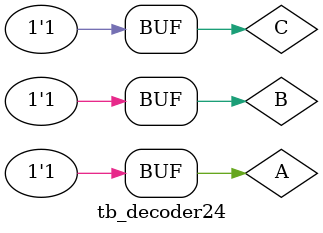
<source format=v>
`timescale 1ns/1ns

module tb_decoder24();
reg A,B,C;
wire D0,D1,D2,D3;


initial begin

           C=1;
       {A,B}=00;
   #100{A,B}=01;
   #100{A,B}=10;
   #100 {A,B}=11;

   end

decoder24  decoder24_inst
(
    .A(A),
    .B(B),
    .C(C),
    .D0(D0),
    .D1(D1),
    .D2(D2),
    .D3(D3)
);

endmodule










</source>
